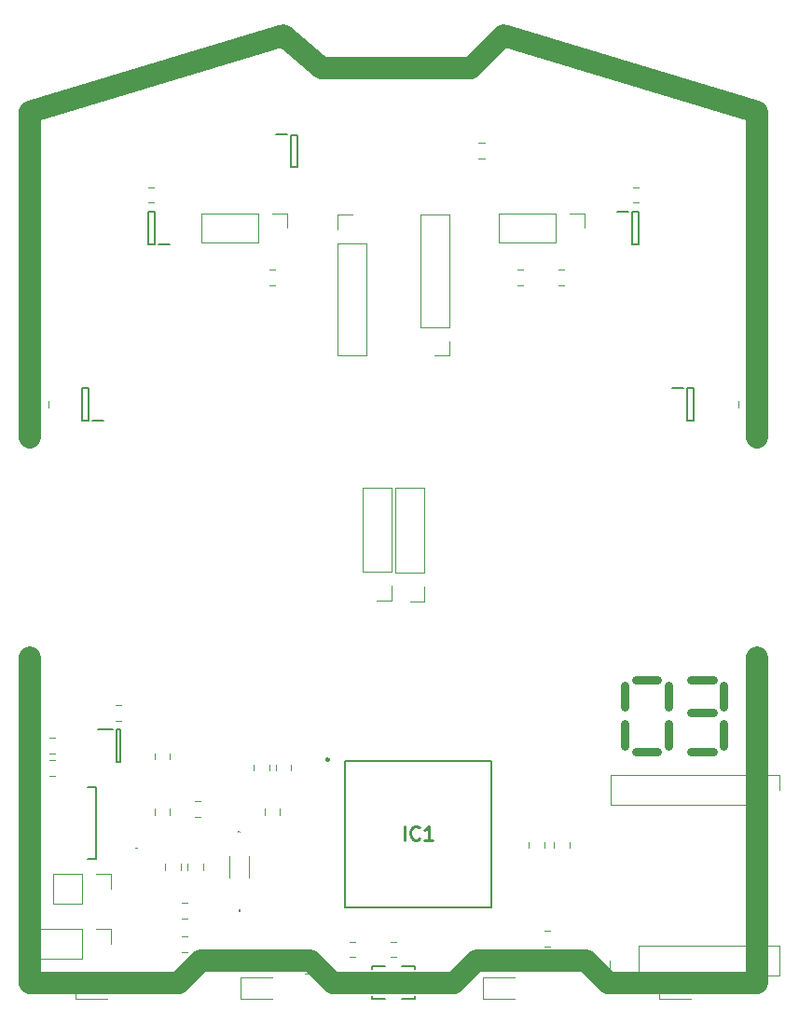
<source format=gbr>
%TF.GenerationSoftware,KiCad,Pcbnew,(5.1.6)-1*%
%TF.CreationDate,2023-05-06T22:04:27+09:00*%
%TF.ProjectId,RX621,52583632-312e-46b6-9963-61645f706362,rev?*%
%TF.SameCoordinates,Original*%
%TF.FileFunction,Legend,Top*%
%TF.FilePolarity,Positive*%
%FSLAX46Y46*%
G04 Gerber Fmt 4.6, Leading zero omitted, Abs format (unit mm)*
G04 Created by KiCad (PCBNEW (5.1.6)-1) date 2023-05-06 22:04:27*
%MOMM*%
%LPD*%
G01*
G04 APERTURE LIST*
%ADD10C,2.000000*%
%ADD11C,0.800000*%
%ADD12C,0.120000*%
%ADD13C,0.250000*%
%ADD14C,0.200000*%
%ADD15C,0.100000*%
%ADD16C,0.254000*%
G04 APERTURE END LIST*
D10*
X216000000Y-70500000D02*
X239000000Y-77500000D01*
X196000000Y-70500000D02*
X173000000Y-77500000D01*
X213000000Y-73500000D02*
X199500000Y-73500000D01*
X216000000Y-70500000D02*
X213000000Y-73500000D01*
X196000000Y-70500000D02*
X199500000Y-73500000D01*
X239000000Y-107000000D02*
X239000000Y-77500000D01*
X173000000Y-107000000D02*
X173000000Y-77500000D01*
X239000000Y-156500000D02*
X225500000Y-156500000D01*
X173000000Y-156500000D02*
X186500000Y-156500000D01*
X239000000Y-127000000D02*
X239000000Y-156500000D01*
X173000000Y-127000000D02*
X173000000Y-156500000D01*
X211500000Y-156500000D02*
X200500000Y-156500000D01*
X213500000Y-154500000D02*
X211500000Y-156500000D01*
X223500000Y-154500000D02*
X213500000Y-154500000D01*
X198500000Y-154500000D02*
X200500000Y-156500000D01*
X188500000Y-154500000D02*
X198500000Y-154500000D01*
X186500000Y-156500000D02*
X188500000Y-154500000D01*
X225500000Y-156500000D02*
X223500000Y-154500000D01*
D11*
X236000000Y-133000000D02*
X236000000Y-135000000D01*
X233000000Y-135500000D02*
X235000000Y-135500000D01*
X233000000Y-129000000D02*
X235000000Y-129000000D01*
X236000000Y-129500000D02*
X236000000Y-131500000D01*
X233000000Y-132000000D02*
X235000000Y-132000000D01*
X231000000Y-133000000D02*
X231000000Y-135000000D01*
X228000000Y-135500000D02*
X230000000Y-135500000D01*
X227000000Y-133000000D02*
X227000000Y-135000000D01*
X227000000Y-129500000D02*
X227000000Y-131500000D01*
X231000000Y-129500000D02*
X231000000Y-131500000D01*
X228000000Y-129000000D02*
X230000000Y-129000000D01*
D12*
%TO.C,BAT1*%
X175130000Y-146670000D02*
X175130000Y-149330000D01*
X177730000Y-146670000D02*
X175130000Y-146670000D01*
X177730000Y-149330000D02*
X175130000Y-149330000D01*
X177730000Y-146670000D02*
X177730000Y-149330000D01*
X179000000Y-146670000D02*
X180330000Y-146670000D01*
X180330000Y-146670000D02*
X180330000Y-148000000D01*
%TO.C,C1*%
X197988748Y-154290000D02*
X198511252Y-154290000D01*
X197988748Y-155710000D02*
X198511252Y-155710000D01*
%TO.C,C2*%
X202511252Y-154210000D02*
X201988748Y-154210000D01*
X202511252Y-152790000D02*
X201988748Y-152790000D01*
%TO.C,C3*%
X193290000Y-136738748D02*
X193290000Y-137261252D01*
X194710000Y-136738748D02*
X194710000Y-137261252D01*
%TO.C,C4*%
X180763748Y-132710000D02*
X181286252Y-132710000D01*
X180763748Y-131290000D02*
X181286252Y-131290000D01*
%TO.C,C5*%
X184290000Y-136261252D02*
X184290000Y-135738748D01*
X185710000Y-136261252D02*
X185710000Y-135738748D01*
%TO.C,C6*%
X218290000Y-143738748D02*
X218290000Y-144261252D01*
X219710000Y-143738748D02*
X219710000Y-144261252D01*
%TO.C,C7*%
X187988748Y-141460000D02*
X188511252Y-141460000D01*
X187988748Y-140040000D02*
X188511252Y-140040000D01*
%TO.C,C8*%
X221960000Y-143738748D02*
X221960000Y-144261252D01*
X220540000Y-143738748D02*
X220540000Y-144261252D01*
%TO.C,C9*%
X186710000Y-145738748D02*
X186710000Y-146261252D01*
X185290000Y-145738748D02*
X185290000Y-146261252D01*
%TO.C,C10*%
X187290000Y-145738748D02*
X187290000Y-146261252D01*
X188710000Y-145738748D02*
X188710000Y-146261252D01*
%TO.C,C11*%
X184290000Y-140738748D02*
X184290000Y-141261252D01*
X185710000Y-140738748D02*
X185710000Y-141261252D01*
%TO.C,C12*%
X174738748Y-136290000D02*
X175261252Y-136290000D01*
X174738748Y-137710000D02*
X175261252Y-137710000D01*
%TO.C,C13*%
X174738748Y-135710000D02*
X175261252Y-135710000D01*
X174738748Y-134290000D02*
X175261252Y-134290000D01*
%TO.C,CN1*%
X223330000Y-86670000D02*
X223330000Y-88000000D01*
X222000000Y-86670000D02*
X223330000Y-86670000D01*
X220730000Y-86670000D02*
X220730000Y-89330000D01*
X220730000Y-89330000D02*
X215590000Y-89330000D01*
X220730000Y-86670000D02*
X215590000Y-86670000D01*
X215590000Y-86670000D02*
X215590000Y-89330000D01*
%TO.C,ENC_L1*%
X205830000Y-111550000D02*
X203170000Y-111550000D01*
X205830000Y-119230000D02*
X205830000Y-111550000D01*
X203170000Y-119230000D02*
X203170000Y-111550000D01*
X205830000Y-119230000D02*
X203170000Y-119230000D01*
X205830000Y-120500000D02*
X205830000Y-121830000D01*
X205830000Y-121830000D02*
X204500000Y-121830000D01*
%TO.C,ENC_R1*%
X208830000Y-121870000D02*
X207500000Y-121870000D01*
X208830000Y-120540000D02*
X208830000Y-121870000D01*
X208830000Y-119270000D02*
X206170000Y-119270000D01*
X206170000Y-119270000D02*
X206170000Y-111590000D01*
X208830000Y-119270000D02*
X208830000Y-111590000D01*
X208830000Y-111590000D02*
X206170000Y-111590000D01*
%TO.C,G1*%
X200920000Y-99590000D02*
X203580000Y-99590000D01*
X200920000Y-89370000D02*
X200920000Y-99590000D01*
X203580000Y-89370000D02*
X203580000Y-99590000D01*
X200920000Y-89370000D02*
X203580000Y-89370000D01*
X200920000Y-88100000D02*
X200920000Y-86770000D01*
X200920000Y-86770000D02*
X202250000Y-86770000D01*
%TO.C,G2*%
X211080000Y-99580000D02*
X209750000Y-99580000D01*
X211080000Y-98250000D02*
X211080000Y-99580000D01*
X211080000Y-96980000D02*
X208420000Y-96980000D01*
X208420000Y-96980000D02*
X208420000Y-86760000D01*
X211080000Y-96980000D02*
X211080000Y-86760000D01*
X211080000Y-86760000D02*
X208420000Y-86760000D01*
D13*
%TO.C,IC1*%
X200150000Y-136250000D02*
G75*
G03*
X200150000Y-136250000I-125000J0D01*
G01*
D14*
X201600000Y-149650000D02*
X201600000Y-136350000D01*
X214900000Y-149650000D02*
X201600000Y-149650000D01*
X214900000Y-136350000D02*
X214900000Y-149650000D01*
X201600000Y-136350000D02*
X214900000Y-136350000D01*
D15*
%TO.C,IC2*%
X182600000Y-144300000D02*
X182600000Y-144300000D01*
X182700000Y-144300000D02*
X182700000Y-144300000D01*
D14*
X178985000Y-138730000D02*
X178200000Y-138730000D01*
X178985000Y-145270000D02*
X178985000Y-138730000D01*
X178200000Y-145270000D02*
X178985000Y-145270000D01*
D15*
X182600000Y-144300000D02*
G75*
G02*
X182700000Y-144300000I50000J0D01*
G01*
X182700000Y-144300000D02*
G75*
G02*
X182600000Y-144300000I-50000J0D01*
G01*
D14*
%TO.C,IC3*%
X179125000Y-133500000D02*
X180475000Y-133500000D01*
X180825000Y-136450000D02*
X180825000Y-133550000D01*
X181175000Y-136450000D02*
X180825000Y-136450000D01*
X181175000Y-133550000D02*
X181175000Y-136450000D01*
X180825000Y-133550000D02*
X181175000Y-133550000D01*
D12*
%TO.C,L1*%
X230140000Y-157960000D02*
X233000000Y-157960000D01*
X230140000Y-156040000D02*
X230140000Y-157960000D01*
X233000000Y-156040000D02*
X230140000Y-156040000D01*
%TO.C,L2*%
X217000000Y-156040000D02*
X214140000Y-156040000D01*
X214140000Y-156040000D02*
X214140000Y-157960000D01*
X214140000Y-157960000D02*
X217000000Y-157960000D01*
%TO.C,L3*%
X192140000Y-157960000D02*
X195000000Y-157960000D01*
X192140000Y-156040000D02*
X192140000Y-157960000D01*
X195000000Y-156040000D02*
X192140000Y-156040000D01*
%TO.C,L4*%
X180000000Y-156040000D02*
X177140000Y-156040000D01*
X177140000Y-156040000D02*
X177140000Y-157960000D01*
X177140000Y-157960000D02*
X180000000Y-157960000D01*
%TO.C,MD1*%
X225720000Y-137670000D02*
X225720000Y-140330000D01*
X238480000Y-137670000D02*
X225720000Y-137670000D01*
X238480000Y-140330000D02*
X225720000Y-140330000D01*
X238480000Y-137670000D02*
X238480000Y-140330000D01*
X239750000Y-137670000D02*
X241080000Y-137670000D01*
X241080000Y-137670000D02*
X241080000Y-139000000D01*
%TO.C,MD2*%
X225670000Y-155830000D02*
X225670000Y-154500000D01*
X227000000Y-155830000D02*
X225670000Y-155830000D01*
X228270000Y-155830000D02*
X228270000Y-153170000D01*
X228270000Y-153170000D02*
X241030000Y-153170000D01*
X228270000Y-155830000D02*
X241030000Y-155830000D01*
X241030000Y-155830000D02*
X241030000Y-153170000D01*
%TO.C,R1*%
X220988748Y-91790000D02*
X221511252Y-91790000D01*
X220988748Y-93210000D02*
X221511252Y-93210000D01*
%TO.C,R2*%
X217761252Y-93210000D02*
X217238748Y-93210000D01*
X217761252Y-91790000D02*
X217238748Y-91790000D01*
%TO.C,R3*%
X196710000Y-137261252D02*
X196710000Y-136738748D01*
X195290000Y-137261252D02*
X195290000Y-136738748D01*
%TO.C,R4*%
X194290000Y-140738748D02*
X194290000Y-141261252D01*
X195710000Y-140738748D02*
X195710000Y-141261252D01*
%TO.C,R5*%
X194738748Y-91790000D02*
X195261252Y-91790000D01*
X194738748Y-93210000D02*
X195261252Y-93210000D01*
%TO.C,R6*%
X205738748Y-154210000D02*
X206261252Y-154210000D01*
X205738748Y-152790000D02*
X206261252Y-152790000D01*
%TO.C,R7*%
X219738748Y-153210000D02*
X220261252Y-153210000D01*
X219738748Y-151790000D02*
X220261252Y-151790000D01*
%TO.C,R8*%
X219738748Y-153790000D02*
X220261252Y-153790000D01*
X219738748Y-155210000D02*
X220261252Y-155210000D01*
%TO.C,R9*%
X186738748Y-153710000D02*
X187261252Y-153710000D01*
X186738748Y-152290000D02*
X187261252Y-152290000D01*
%TO.C,R10*%
X186738748Y-149290000D02*
X187261252Y-149290000D01*
X186738748Y-150710000D02*
X187261252Y-150710000D01*
%TO.C,R11*%
X174710000Y-104261252D02*
X174710000Y-103738748D01*
X173290000Y-104261252D02*
X173290000Y-103738748D01*
%TO.C,R12*%
X183738748Y-84290000D02*
X184261252Y-84290000D01*
X183738748Y-85710000D02*
X184261252Y-85710000D01*
%TO.C,R13*%
X213738748Y-81710000D02*
X214261252Y-81710000D01*
X213738748Y-80290000D02*
X214261252Y-80290000D01*
%TO.C,R14*%
X228261252Y-84290000D02*
X227738748Y-84290000D01*
X228261252Y-85710000D02*
X227738748Y-85710000D01*
%TO.C,R15*%
X238735000Y-103738748D02*
X238735000Y-104261252D01*
X237315000Y-103738748D02*
X237315000Y-104261252D01*
%TO.C,SW1*%
X196330000Y-86670000D02*
X196330000Y-88000000D01*
X195000000Y-86670000D02*
X196330000Y-86670000D01*
X193730000Y-86670000D02*
X193730000Y-89330000D01*
X193730000Y-89330000D02*
X188590000Y-89330000D01*
X193730000Y-86670000D02*
X188590000Y-86670000D01*
X188590000Y-86670000D02*
X188590000Y-89330000D01*
D14*
%TO.C,SW3*%
X204050000Y-155300000D02*
X204050000Y-155050000D01*
X204050000Y-155050000D02*
X205200000Y-155050000D01*
X206800000Y-155050000D02*
X207950000Y-155050000D01*
X207950000Y-155050000D02*
X207950000Y-155300000D01*
X207950000Y-157700000D02*
X207950000Y-157950000D01*
X207950000Y-157950000D02*
X206800000Y-157950000D01*
X204050000Y-157700000D02*
X204050000Y-157950000D01*
X204050000Y-157950000D02*
X205200000Y-157950000D01*
X202700000Y-156500000D02*
X202700000Y-156500000D01*
X202800000Y-156500000D02*
X202800000Y-156500000D01*
X202700000Y-156500000D02*
X202700000Y-156500000D01*
X202800000Y-156500000D02*
G75*
G02*
X202700000Y-156500000I-50000J0D01*
G01*
X202700000Y-156500000D02*
G75*
G02*
X202800000Y-156500000I50000J0D01*
G01*
X202800000Y-156500000D02*
G75*
G02*
X202700000Y-156500000I-50000J0D01*
G01*
D12*
%TO.C,SW4*%
X172590000Y-151670000D02*
X172590000Y-154330000D01*
X177730000Y-151670000D02*
X172590000Y-151670000D01*
X177730000Y-154330000D02*
X172590000Y-154330000D01*
X177730000Y-151670000D02*
X177730000Y-154330000D01*
X179000000Y-151670000D02*
X180330000Y-151670000D01*
X180330000Y-151670000D02*
X180330000Y-153000000D01*
D14*
%TO.C,TR0*%
X179650000Y-105500000D02*
X178650000Y-105500000D01*
X178300000Y-102550000D02*
X178300000Y-105450000D01*
X177700000Y-102550000D02*
X178300000Y-102550000D01*
X177700000Y-105450000D02*
X177700000Y-102550000D01*
X178300000Y-105450000D02*
X177700000Y-105450000D01*
%TO.C,TR1*%
X184300000Y-89450000D02*
X183700000Y-89450000D01*
X183700000Y-89450000D02*
X183700000Y-86550000D01*
X183700000Y-86550000D02*
X184300000Y-86550000D01*
X184300000Y-86550000D02*
X184300000Y-89450000D01*
X185650000Y-89500000D02*
X184650000Y-89500000D01*
%TO.C,TR2*%
X195350000Y-79500000D02*
X196350000Y-79500000D01*
X196700000Y-82450000D02*
X196700000Y-79550000D01*
X197300000Y-82450000D02*
X196700000Y-82450000D01*
X197300000Y-79550000D02*
X197300000Y-82450000D01*
X196700000Y-79550000D02*
X197300000Y-79550000D01*
%TO.C,TR3*%
X227700000Y-86550000D02*
X228300000Y-86550000D01*
X228300000Y-86550000D02*
X228300000Y-89450000D01*
X228300000Y-89450000D02*
X227700000Y-89450000D01*
X227700000Y-89450000D02*
X227700000Y-86550000D01*
X226350000Y-86500000D02*
X227350000Y-86500000D01*
%TO.C,TR4*%
X231350000Y-102500000D02*
X232350000Y-102500000D01*
X232700000Y-105450000D02*
X232700000Y-102550000D01*
X233300000Y-105450000D02*
X232700000Y-105450000D01*
X233300000Y-102550000D02*
X233300000Y-105450000D01*
X232700000Y-102550000D02*
X233300000Y-102550000D01*
D15*
%TO.C,X1*%
X191100000Y-145000000D02*
X191100000Y-147000000D01*
X192900000Y-145000000D02*
X192900000Y-147000000D01*
X191900000Y-142800000D02*
X191900000Y-142800000D01*
X192000000Y-142800000D02*
X192000000Y-142800000D01*
X191900000Y-142800000D02*
G75*
G02*
X192000000Y-142800000I50000J0D01*
G01*
X192000000Y-142800000D02*
G75*
G02*
X191900000Y-142800000I-50000J0D01*
G01*
D14*
%TO.C,X2*%
X192000000Y-149900000D02*
X192000000Y-149900000D01*
X192000000Y-150000000D02*
X192000000Y-150000000D01*
X192000000Y-149900000D02*
X192000000Y-149900000D01*
X192000000Y-150000000D02*
G75*
G02*
X192000000Y-149900000I0J50000D01*
G01*
X192000000Y-149900000D02*
G75*
G02*
X192000000Y-150000000I0J-50000D01*
G01*
X192000000Y-150000000D02*
G75*
G02*
X192000000Y-149900000I0J50000D01*
G01*
%TO.C,IC1*%
D16*
X207010238Y-143574523D02*
X207010238Y-142304523D01*
X208340714Y-143453571D02*
X208280238Y-143514047D01*
X208098809Y-143574523D01*
X207977857Y-143574523D01*
X207796428Y-143514047D01*
X207675476Y-143393095D01*
X207615000Y-143272142D01*
X207554523Y-143030238D01*
X207554523Y-142848809D01*
X207615000Y-142606904D01*
X207675476Y-142485952D01*
X207796428Y-142365000D01*
X207977857Y-142304523D01*
X208098809Y-142304523D01*
X208280238Y-142365000D01*
X208340714Y-142425476D01*
X209550238Y-143574523D02*
X208824523Y-143574523D01*
X209187380Y-143574523D02*
X209187380Y-142304523D01*
X209066428Y-142485952D01*
X208945476Y-142606904D01*
X208824523Y-142667380D01*
%TD*%
M02*

</source>
